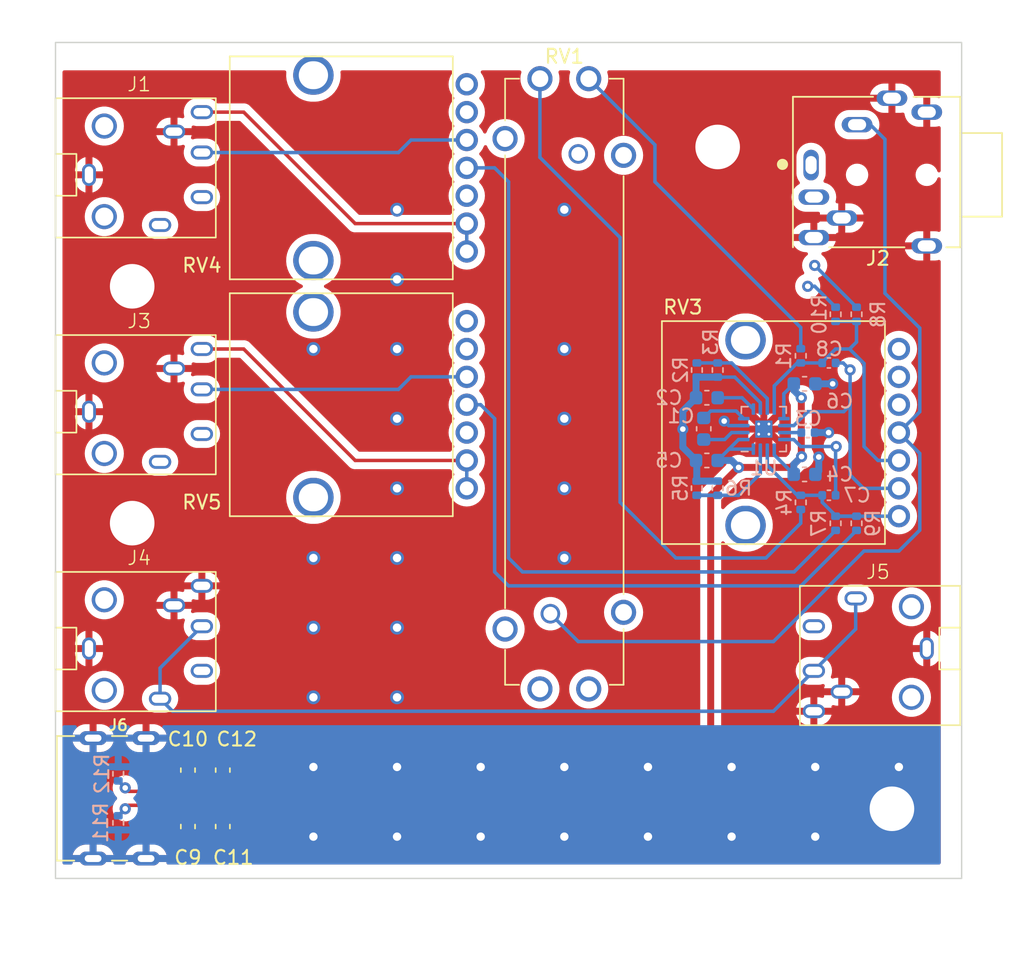
<source format=kicad_pcb>
(kicad_pcb (version 20221018) (generator pcbnew)
  (layers (0 "F.Cu" signal) (1 "In1.Cu" signal) (2 "In2.Cu" signal) (31 "B.Cu" signal) (34 "B.Paste" user) (35 "F.Paste" user) (36 "B.SilkS" user "B.Silkscreen") (37 "F.SilkS" user "F.Silkscreen") (38 "B.Mask" user) (39 "F.Mask" user) (44 "Edge.Cuts" user))
  (net 0 "")
  (net 1 "Net-(U1-C1P)")
  (net 2 "Net-(U1-C1N)")
  (net 3 "Net-(U1-PVSS)")
  (net 4 "Earth")
  (net 5 "Net-(U1-BIAS)")
  (net 6 "+5V")
  (net 7 "/INL-")
  (net 8 "/OUTL")
  (net 9 "/INR-")
  (net 10 "/OUTR")
  (net 11 "/Mic")
  (net 12 "Net-(J6-CC1)")
  (net 13 "Net-(J6-CC2)")
  (net 14 "Net-(R1-Pad2)")
  (net 15 "Net-(U1-INR+)")
  (net 16 "Net-(R4-Pad2)")
  (net 17 "Net-(U1-INL+)")
  (net 18 "Net-(R7-Pad1)")
  (net 19 "Net-(R8-Pad1)")
  (net 20 "Net-(R9-Pad1)")
  (net 21 "Net-(R10-Pad1)")
  (net 26 "/Line0_SW")
  (net 27 "/Line0_R")
  (net 28 "/Line0_L")
  (net 29 "/Line1_SW")
  (net 30 "/Line1_R")
  (net 31 "/Line1_L")
  (footprint "Capacitor_SMD:C_0603_1608Metric" (layer "F.Cu") (at 52 101.275 -90)
    (fp_text reference "C9" (at 2.225 0 -180) (layer "F.SilkS"))
    (fp_text value "10u")
    (pad "1" smd roundrect (at -0.775 0 270) (size 0.9 0.95) (layers "F.Cu" "F.Paste" "F.Mask") (net 6 "+5V"))
    (pad "2" smd roundrect (at 0.775 0 270) (size 0.9 0.95) (layers "F.Cu" "F.Paste" "F.Mask") (net 4 "Earth"))
  )
  (footprint "patchez_USB:UJC-HP-3-SMT" (layer "F.Cu") (at 48.995 99.25 -90)
    (fp_text reference "J6" (at -5.25 1.995 -180) (layer "F.SilkS") (effects (font (size 0.787402 0.787402))))
    (fp_text value "UJC-HP-3-SMT-TR")
    (pad "A5" smd rect (at -0.5 -0.005) (size 1.15 0.7) (layers "F.Cu" "F.Paste" "F.Mask") (net 12 "Net-(J6-CC1)"))
    (pad "A9" smd rect (at 1.52 -0.005) (size 1.15 0.8) (layers "F.Cu" "F.Paste" "F.Mask") (net 6 "+5V"))
    (pad "A12" smd rect (at 2.75 -0.005) (size 1.15 0.9) (layers "F.Cu" "F.Paste" "F.Mask") (net 4 "Earth"))
    (pad "B5" smd rect (at 0.5 -0.005) (size 1.15 0.7) (layers "F.Cu" "F.Paste" "F.Mask") (net 13 "Net-(J6-CC2)"))
    (pad "B9" smd rect (at -1.52 -0.005) (size 1.15 0.8) (layers "F.Cu" "F.Paste" "F.Mask") (net 6 "+5V"))
    (pad "B12" smd rect (at -2.75 -0.005) (size 1.15 0.9) (layers "F.Cu" "F.Paste" "F.Mask") (net 4 "Earth"))
    (pad "S1" thru_hole oval (at -4.32 0 270) (size 1 2) (drill oval 0.5 1.2) (layers "*.Cu" "*.Mask") (net 4 "Earth"))
    (pad "S2" thru_hole oval (at 4.32 0 270) (size 1 2) (drill oval 0.5 1.2) (layers "*.Cu" "*.Mask") (net 4 "Earth"))
    (pad "S3" thru_hole oval (at -4.32 3.8 270) (size 1 2) (drill oval 0.5 1.2) (layers "*.Cu" "*.Mask") (net 4 "Earth"))
    (pad "S4" thru_hole oval (at 4.32 3.8 270) (size 1 2) (drill oval 0.5 1.2) (layers "*.Cu" "*.Mask") (net 4 "Earth"))
  )
  (footprint "Capacitor_SMD:C_0603_1608Metric" (layer "F.Cu") (at 54.5 101.275 -90)
    (fp_text reference "C11" (at 2.225 -0.75 -180) (layer "F.SilkS"))
    (fp_text value "1u")
    (pad "1" smd roundrect (at -0.775 0 270) (size 0.9 0.95) (layers "F.Cu" "F.Paste" "F.Mask") (net 6 "+5V"))
    (pad "2" smd roundrect (at 0.775 0 270) (size 0.9 0.95) (layers "F.Cu" "F.Paste" "F.Mask") (net 4 "Earth"))
  )
  (footprint "patchez_audio:SJ-435107" (layer "F.Cu") (at 101.4 54.5 180)
    (fp_text reference "J2" (at -0.1 -6) (layer "F.SilkS") (effects (font (size 1.002559 1.002559))))
    (fp_text value "SJ-435107RS")
    (pad "" np_thru_hole circle (at -3.6 0 180) (size 1.1 1.1) (drill 1.1) (layers "*.Cu" "*.Mask"))
    (pad "" np_thru_hole circle (at 1.4 0 180) (size 1.1 1.1) (drill 1.1) (layers "*.Cu" "*.Mask"))
    (pad "1" thru_hole oval (at 4.7 0.7 180) (size 1.1 2.2) (drill oval 0.8 1.3) (layers "*.Cu" "*.Mask") (net 11 "/Mic"))
    (pad "2" thru_hole oval (at 1.4 3.6 180) (size 2.2 1.1) (drill oval 1.3 0.8) (layers "*.Cu" "*.Mask") (net 8 "/OUTL"))
    (pad "3" thru_hole oval (at 4.5 -1.6 180) (size 2.2 1.1) (drill oval 1.3 0.8) (layers "*.Cu" "*.Mask") (net 10 "/OUTR"))
    (pad "4" thru_hole oval (at -3.6 4.5 180) (size 2.2 1.1) (drill oval 1.3 0.8) (layers "*.Cu" "*.Mask") (net 4 "Earth"))
    (pad "5" thru_hole oval (at 2.5 -3.1 180) (size 2.2 1.1) (drill oval 1.3 0.8) (layers "*.Cu" "*.Mask") (net 4 "Earth"))
    (pad "6" thru_hole oval (at 4.5 -4.5 180) (size 2.2 1.1) (drill oval 1.3 0.8) (layers "*.Cu" "*.Mask") (net 4 "Earth"))
    (pad "SH1" thru_hole oval (at -3.6 -5.1 180) (size 2.2 1.1) (drill oval 1.3 0.8) (layers "*.Cu" "*.Mask") (net 4 "Earth"))
    (pad "SH2" thru_hole oval (at -1.1 5.5 180) (size 2.2 1.1) (drill oval 1.3 0.8) (layers "*.Cu" "*.Mask") (net 4 "Earth"))
  )
  (footprint "patchez_audio:RK14K124" (layer "F.Cu") (at 56 71 90)
    (fp_text reference "RV5" (at -7 -3 unlocked) (layer "F.SilkS"))
    (fp_text value "Line1_V")
    (pad "1" thru_hole circle (at -4 16 90) (size 1.6 1.6) (drill 1) (layers "*.Cu" "*.Mask") (net 29 "/Line1_SW"))
    (pad "2" thru_hole circle (at -2 16 90) (size 1.6 1.6) (drill 1) (layers "*.Cu" "*.Mask") (net 21 "Net-(R10-Pad1)"))
    (pad "3" thru_hole circle (at 2 16 90) (size 1.6 1.6) (drill 1) (layers "*.Cu" "*.Mask") (net 30 "/Line1_R"))
    (pad "4" thru_hole circle (at -6 16 90) (size 1.6 1.6) (drill 1) (layers "*.Cu" "*.Mask") (net 29 "/Line1_SW"))
    (pad "5" thru_hole circle (at 0 16 90) (size 1.6 1.6) (drill 1) (layers "*.Cu" "*.Mask") (net 20 "Net-(R9-Pad1)"))
    (pad "6" thru_hole circle (at 4 16 90) (size 1.6 1.6) (drill 1) (layers "*.Cu" "*.Mask") (net 31 "/Line1_L"))
    (pad "NC" thru_hole oval (at -6.65 5 90) (size 2.8 2.9) (drill oval 2 2.1) (layers "*.Cu" "*.Mask"))
    (pad "NC" thru_hole circle (at 6 16 90) (size 1.6 1.6) (drill 1) (layers "*.Cu" "*.Mask"))
    (pad "NC" thru_hole oval (at 6.65 5 90) (size 2.8 2.9) (drill oval 2 2.1) (layers "*.Cu" "*.Mask"))
  )
  (footprint "patchez_audio:ASJ-195-X-HT" (layer "F.Cu") (at 42.5 71.5)
    (fp_text reference "J3" (at 6 -6.5 unlocked) (layer "F.SilkS") (effects (font (thickness 0.1))))
    (fp_text value "ASJ-195-L-HT")
    (pad "1" thru_hole oval (at 2.4 0 90) (size 1.6 1) (drill oval 1.2 0.6) (layers "*.Cu" "*.Mask") (net 4 "Earth"))
    (pad "2" thru_hole oval (at 7.5 3.6 180) (size 1.6 1) (drill oval 1.2 0.6) (layers "*.Cu" "*.Mask") (net 31 "/Line1_L"))
    (pad "3" thru_hole oval (at 10.5 -1.6 180) (size 1.6 1) (drill oval 1.2 0.6) (layers "*.Cu" "*.Mask") (net 30 "/Line1_R"))
    (pad "4" thru_hole oval (at 10.5 1.6 180) (size 1.6 1) (drill oval 1.2 0.6) (layers "*.Cu" "*.Mask"))
    (pad "5" thru_hole oval (at 8.5 -3.1 180) (size 1.6 1) (drill oval 1.2 0.6) (layers "*.Cu" "*.Mask") (net 4 "Earth"))
    (pad "6" thru_hole oval (at 10.5 -4.5 180) (size 1.6 1) (drill oval 1.2 0.6) (layers "*.Cu" "*.Mask") (net 29 "/Line1_SW"))
    (pad "NC" thru_hole circle (at 3.5 -3.5) (size 1.8 1.8) (drill 1.3) (layers "*.Cu" "*.Mask"))
    (pad "NC" thru_hole circle (at 3.5 3) (size 1.8 1.8) (drill 1.3) (layers "*.Cu" "*.Mask"))
  )
  (footprint "patchez_audio:ASJ-195-X-HT" (layer "F.Cu") (at 42.5 88.5)
    (fp_text reference "J4" (at 6 -6.5 unlocked) (layer "F.SilkS") (effects (font (thickness 0.1))))
    (fp_text value "ASJ-195-L-HT")
    (pad "1" thru_hole oval (at 2.4 0 90) (size 1.6 1) (drill oval 1.2 0.6) (layers "*.Cu" "*.Mask") (net 4 "Earth"))
    (pad "2" thru_hole oval (at 7.5 3.6 180) (size 1.6 1) (drill oval 1.2 0.6) (layers "*.Cu" "*.Mask") (net 11 "/Mic"))
    (pad "3" thru_hole oval (at 10.5 -1.6 180) (size 1.6 1) (drill oval 1.2 0.6) (layers "*.Cu" "*.Mask") (net 11 "/Mic"))
    (pad "4" thru_hole oval (at 10.5 1.6 180) (size 1.6 1) (drill oval 1.2 0.6) (layers "*.Cu" "*.Mask"))
    (pad "5" thru_hole oval (at 8.5 -3.1 180) (size 1.6 1) (drill oval 1.2 0.6) (layers "*.Cu" "*.Mask") (net 4 "Earth"))
    (pad "6" thru_hole oval (at 10.5 -4.5 180) (size 1.6 1) (drill oval 1.2 0.6) (layers "*.Cu" "*.Mask") (net 4 "Earth"))
    (pad "NC" thru_hole circle (at 3.5 -3.5) (size 1.8 1.8) (drill 1.3) (layers "*.Cu" "*.Mask"))
    (pad "NC" thru_hole circle (at 3.5 3) (size 1.8 1.8) (drill 1.3) (layers "*.Cu" "*.Mask"))
  )
  (footprint "patchez_audio:ASJ-195-X-HT" (layer "F.Cu") (at 42.5 54.5)
    (fp_text reference "J1" (at 6 -6.5 unlocked) (layer "F.SilkS") (effects (font (thickness 0.1))))
    (fp_text value "ASJ-195-L-HT")
    (pad "1" thru_hole oval (at 2.4 0 90) (size 1.6 1) (drill oval 1.2 0.6) (layers "*.Cu" "*.Mask") (net 4 "Earth"))
    (pad "2" thru_hole oval (at 7.5 3.6 180) (size 1.6 1) (drill oval 1.2 0.6) (layers "*.Cu" "*.Mask") (net 28 "/Line0_L"))
    (pad "3" thru_hole oval (at 10.5 -1.6 180) (size 1.6 1) (drill oval 1.2 0.6) (layers "*.Cu" "*.Mask") (net 27 "/Line0_R"))
    (pad "4" thru_hole oval (at 10.5 1.6 180) (size 1.6 1) (drill oval 1.2 0.6) (layers "*.Cu" "*.Mask"))
    (pad "5" thru_hole oval (at 8.5 -3.1 180) (size 1.6 1) (drill oval 1.2 0.6) (layers "*.Cu" "*.Mask") (net 4 "Earth"))
    (pad "6" thru_hole oval (at 10.5 -4.5 180) (size 1.6 1) (drill oval 1.2 0.6) (layers "*.Cu" "*.Mask") (net 26 "/Line0_SW"))
    (pad "NC" thru_hole circle (at 3.5 -3.5) (size 1.8 1.8) (drill 1.3) (layers "*.Cu" "*.Mask"))
    (pad "NC" thru_hole circle (at 3.5 3) (size 1.8 1.8) (drill 1.3) (layers "*.Cu" "*.Mask"))
  )
  (footprint "MountingHole:MountingHole_3.2mm_M3" (layer "F.Cu") (at 48 79.5)
    (fp_text reference "REF**" hide)
    (fp_text value "MountingHole_3.2mm_M3")
    (pad "" np_thru_hole circle (at 0 0) (size 3.2 3.2) (drill 3.2) (layers "*.Cu" "*.Mask"))
  )
  (footprint "MountingHole:MountingHole_3.2mm_M3" (layer "F.Cu") (at 90 52.5)
    (fp_text reference "REF**" hide)
    (fp_text value "MountingHole_3.2mm_M3")
    (pad "" np_thru_hole circle (at 0 0) (size 3.2 3.2) (drill 3.2) (layers "*.Mask" "F.Cu" "In1.Cu" "In2.Cu" "B.Cu"))
  )
  (footprint "Capacitor_SMD:C_0603_1608Metric" (layer "F.Cu") (at 52 97.225 90)
    (fp_text reference "C10" (at 2.225 0) (layer "F.SilkS"))
    (fp_text value "10u")
    (pad "1" smd roundrect (at -0.775 0 90) (size 0.9 0.95) (layers "F.Cu" "F.Paste" "F.Mask") (net 6 "+5V"))
    (pad "2" smd roundrect (at 0.775 0 90) (size 0.9 0.95) (layers "F.Cu" "F.Paste" "F.Mask") (net 4 "Earth"))
  )
  (footprint "patchez_audio:PS30-2" (layer "F.Cu") (at 80.75 47.6 -90)
    (fp_text reference "RV1" (at -1.6 1.75 unlocked) (layer "F.SilkS"))
    (fp_text value "Trim_100k")
    (pad "1" thru_hole circle locked (at 0 0 270) (size 1.8 1.8) (drill 1.2) (layers "*.Cu" "*.Mask") (net 14 "Net-(R1-Pad2)"))
    (pad "2" thru_hole circle locked (at 5.4 0.75 270) (size 1.4 1.4) (drill 1) (layers "*.Cu" "*.Mask") (net 10 "/OUTR"))
    (pad "3" thru_hole circle locked (at 43.8 0 270) (size 1.8 1.8) (drill 1.2) (layers "*.Cu" "*.Mask"))
    (pad "4" thru_hole circle locked (at 0 3.5 270) (size 1.8 1.8) (drill 1.2) (layers "*.Cu" "*.Mask") (net 16 "Net-(R4-Pad2)"))
    (pad "5" thru_hole circle locked (at 38.4 2.75 270) (size 1.4 1.4) (drill 1) (layers "*.Cu" "*.Mask") (net 8 "/OUTL"))
    (pad "6" thru_hole circle locked (at 43.8 3.5 270) (size 1.8 1.8) (drill 1.2) (layers "*.Cu" "*.Mask"))
    (pad "NC" thru_hole circle locked (at 4.3 6 270) (size 1.8 1.8) (drill 1.2) (layers "*.Cu" "*.Mask"))
    (pad "NC" thru_hole circle locked (at 5.5 -2.5 270) (size 1.8 1.8) (drill 1.2) (layers "*.Cu" "*.Mask"))
    (pad "NC" thru_hole circle locked (at 38.3 -2.5 270) (size 1.8 1.8) (drill 1.2) (layers "*.Cu" "*.Mask"))
    (pad "NC" thru_hole circle locked (at 39.5 6 270) (size 1.8 1.8) (drill 1.2) (layers "*.Cu" "*.Mask"))
  )
  (footprint "MountingHole:MountingHole_3.2mm_M3" (layer "F.Cu") (at 48 62.5)
    (fp_text reference "REF**" hide)
    (fp_text value "MountingHole_3.2mm_M3")
    (pad "" np_thru_hole circle (at 0 0) (size 3.2 3.2) (drill 3.2) (layers "*.Cu" "*.Mask"))
  )
  (footprint "MountingHole:MountingHole_3.2mm_M3" (layer "F.Cu") (at 102.5 100)
    (fp_text reference "REF**" hide)
    (fp_text value "MountingHole_3.2mm_M3")
    (pad "" np_thru_hole circle (at 0 0) (size 3.2 3.2) (drill 3.2) (layers "*.Mask" "F.Cu" "In1.Cu" "In2.Cu" "B.Cu"))
  )
  (footprint "patchez_audio:ASJ-195-X-HT" (layer "F.Cu") (at 107.4 88.5 180)
    (fp_text reference "J5" (at 5.9 5.5 unlocked) (layer "F.SilkS") (effects (font (thickness 0.1))))
    (fp_text value "ASJ-195-L-HT")
    (pad "1" thru_hole oval (at 2.4 0 270) (size 1.6 1) (drill oval 1.2 0.6) (layers "*.Cu" "*.Mask") (net 4 "Earth"))
    (pad "2" thru_hole oval (at 7.5 3.6) (size 1.6 1) (drill oval 1.2 0.6) (layers "*.Cu" "*.Mask") (net 11 "/Mic"))
    (pad "3" thru_hole oval (at 10.5 -1.6) (size 1.6 1) (drill oval 1.2 0.6) (layers "*.Cu" "*.Mask") (net 11 "/Mic"))
    (pad "4" thru_hole oval (at 10.5 1.6) (size 1.6 1) (drill oval 1.2 0.6) (layers "*.Cu" "*.Mask"))
    (pad "5" thru_hole oval (at 8.5 -3.1) (size 1.6 1) (drill oval 1.2 0.6) (layers "*.Cu" "*.Mask") (net 4 "Earth"))
    (pad "6" thru_hole oval (at 10.5 -4.5) (size 1.6 1) (drill oval 1.2 0.6) (layers "*.Cu" "*.Mask") (net 4 "Earth"))
    (pad "NC" thru_hole circle (at 3.5 -3.5 180) (size 1.8 1.8) (drill 1.3) (layers "*.Cu" "*.Mask"))
    (pad "NC" thru_hole circle (at 3.5 3 180) (size 1.8 1.8) (drill 1.3) (layers "*.Cu" "*.Mask"))
  )
  (footprint "patchez_audio:RK14K124" (layer "F.Cu") (at 56 54 90)
    (fp_text reference "RV4" (at -7 -3 unlocked) (layer "F.SilkS"))
    (fp_text value "Line0_V")
    (pad "1" thru_hole circle (at -4 16 90) (size 1.6 1.6) (drill 1) (layers "*.Cu" "*.Mask") (net 26 "/Line0_SW"))
    (pad "2" thru_hole circle (at -2 16 90) (size 1.6 1.6) (drill 1) (layers "*.Cu" "*.Mask") (net 19 "Net-(R8-Pad1)"))
    (pad "3" thru_hole circle (at 2 16 90) (size 1.6 1.6) (drill 1) (layers "*.Cu" "*.Mask") (net 27 "/Line0_R"))
    (pad "4" thru_hole circle (at -6 16 90) (size 1.6 1.6) (drill 1) (layers "*.Cu" "*.Mask") (net 26 "/Line0_SW"))
    (pad "5" thru_hole circle (at 0 16 90) (size 1.6 1.6) (drill 1) (layers "*.Cu" "*.Mask") (net 18 "Net-(R7-Pad1)"))
    (pad "6" thru_hole circle (at 4 16 90) (size 1.6 1.6) (drill 1) (layers "*.Cu" "*.Mask") (net 28 "/Line0_L"))
    (pad "NC" thru_hole oval (at -6.65 5 90) (size 2.8 2.9) (drill oval 2 2.1) (layers "*.Cu" "*.Mask"))
    (pad "NC" thru_hole circle (at 6 16 90) (size 1.6 1.6) (drill 1) (layers "*.Cu" "*.Mask"))
    (pad "NC" thru_hole oval (at 6.65 5 90) (size 2.8 2.9) (drill oval 2 2.1) (layers "*.Cu" "*.Mask"))
  )
  (footprint "patchez_audio:RK14K124" (layer "F.Cu") (at 87 73 90)
    (fp_text reference "RV3" (at 9 0.5 unlocked) (layer "F.SilkS"))
    (fp_text value "Gain_100k")
    (pad "1" thru_hole circle locked (at -4 16 90) (size 1.6 1.6) (drill 1) (layers "*.Cu" "*.Mask") (net 10 "/OUTR"))
    (pad "2" thru_hole circle locked (at -2 16 90) (size 1.6 1.6) (drill 1) (layers "*.Cu" "*.Mask") (net 9 "/INR-"))
    (pad "3" thru_hole circle locked (at 2 16 90) (size 1.6 1.6) (drill 1) (layers "*.Cu" "*.Mask"))
    (pad "4" thru_hole circle locked (at -6 16 90) (size 1.6 1.6) (drill 1) (layers "*.Cu" "*.Mask") (net 7 "/INL-"))
    (pad "5" thru_hole circle locked (at 0 16 90) (size 1.6 1.6) (drill 1) (layers "*.Cu" "*.Mask") (net 8 "/OUTL"))
    (pad "6" thru_hole circle locked (at 4 16 90) (size 1.6 1.6) (drill 1) (layers "*.Cu" "*.Mask"))
    (pad "NC" thru_hole oval locked (at -6.65 5 90) (size 2.8 2.9) (drill oval 2 2.1) (layers "*.Cu" "*.Mask"))
    (pad "NC" thru_hole circle locked (at 6 16 90) (size 1.6 1.6) (drill 1) (layers "*.Cu" "*.Mask"))
    (pad "NC" thru_hole oval locked (at 6.65 5 90) (size 2.8 2.9) (drill oval 2 2.1) (layers "*.Cu" "*.Mask"))
  )
  (footprint "Capacitor_SMD:C_0603_1608Metric" (layer "F.Cu") (at 54.5 97.225 90)
    (fp_text reference "C12" (at 2.225 1 180) (layer "F.SilkS"))
    (fp_text value "0.1u")
    (pad "1" smd roundrect (at -0.775 0 90) (size 0.9 0.95) (layers "F.Cu" "F.Paste" "F.Mask") (net 6 "+5V"))
    (pad "2" smd roundrect (at 0.775 0 90) (size 0.9 0.95) (layers "F.Cu" "F.Paste" "F.Mask") (net 4 "Earth"))
  )
  (footprint "Package_DFN_QFN:TQFN-16-1EP_3x3mm_P0.5mm_EP1.23x1.23mm_ThermalVias" (layer "B.Cu") (at 93.31 72.75)
    (fp_text reference "U1" (at 0 2.8) (layer "B.SilkS") (effects (justify mirror)))
    (fp_text value "MAX97220A")
    (pad "1" smd roundrect (at -1.4375 0.75) (size 0.825 0.25) (layers "B.Cu" "B.Paste" "B.Mask") (net 6 "+5V"))
    (pad "2" smd roundrect (at -1.4375 0.25) (size 0.825 0.25) (layers "B.Cu" "B.Paste" "B.Mask") (net 1 "Net-(U1-C1P)"))
    (pad "3" smd roundrect (at -1.4375 -0.25) (size 0.825 0.25) (layers "B.Cu" "B.Paste" "B.Mask") (net 4 "Earth"))
    (pad "4" smd roundrect (at -1.4375 -0.75) (size 0.825 0.25) (layers "B.Cu" "B.Paste" "B.Mask") (net 2 "Net-(U1-C1N)"))
    (pad "5" smd roundrect (at -0.75 -1.4375) (size 0.25 0.825) (layers "B.Cu" "B.Paste" "B.Mask") (net 3 "Net-(U1-PVSS)"))
    (pad "6" smd roundrect (at -0.25 -1.4375) (size 0.25 0.825) (layers "B.Cu" "B.Paste" "B.Mask") (net 4 "Earth"))
    (pad "7" smd roundrect (at 0.25 -1.4375) (size 0.25 0.825) (layers "B.Cu" "B.Paste" "B.Mask") (net 15 "Net-(U1-INR+)"))
    (pad "8" smd roundrect (at 0.75 -1.4375) (size 0.25 0.825) (layers "B.Cu" "B.Paste" "B.Mask") (net 9 "/INR-"))
    (pad "9" smd roundrect (at 1.4375 -0.75) (size 0.825 0.25) (layers "B.Cu" "B.Paste" "B.Mask") (net 6 "+5V"))
    (pad "10" smd roundrect (at 1.4375 -0.25) (size 0.825 0.25) (layers "B.Cu" "B.Paste" "B.Mask") (net 10 "/OUTR"))
    (pad "11" smd roundrect (at 1.4375 0.25) (size 0.825 0.25) (layers "B.Cu" "B.Paste" "B.Mask") (net 5 "Net-(U1-BIAS)"))
    (pad "12" smd roundrect (at 1.4375 0.75) (size 0.825 0.25) (layers "B.Cu" "B.Paste" "B.Mask") (net 8 "/OUTL"))
    (pad "13" smd roundrect (at 0.75 1.4375) (size 0.25 0.825) (layers "B.Cu" "B.Paste" "B.Mask") (net 6 "+5V"))
    (pad "14" smd roundrect (at 0.25 1.4375) (size 0.25 0.825) (layers "B.Cu" "B.Paste" "B.Mask") (net 7 "/INL-"))
    (pad "15" smd roundrect (at -0.25 1.4375) (size 0.25 0.825) (layers "B.Cu" "B.Paste" "B.Mask") (net 17 "Net-(U1-INL+)"))
    (pad "16" smd roundrect (at -0.75 1.4375) (size 0.25 0.825) (layers "B.Cu" "B.Paste" "B.Mask") (net 6 "+5V"))
    (pad "17" thru_hole circle (at -0.365 -0.365) (size 0.5 0.5) (drill 0.2) (layers "*.Cu") (net 4 "Earth"))
    (pad "17" thru_hole circle (at -0.365 0.365) (size 0.5 0.5) (drill 0.2) (layers "*.Cu") (net 4 "Earth"))
    (pad "17" smd rect (at 0 0) (size 1.23 1.23) (layers "F.Cu") (net 4 "Earth"))
    (pad "17" smd rect (at 0 0) (size 1.23 1.23) (layers "B.Cu" "B.Mask") (net 4 "Earth"))
    (pad "17" thru_hole circle (at 0.365 -0.365) (size 0.5 0.5) (drill 0.2) (layers "*.Cu") (net 4 "Earth"))
    (pad "17" thru_hole circle (at 0.365 0.365) (size 0.5 0.5) (drill 0.2) (layers "*.Cu") (net 4 "Earth"))
  )
  (footprint "Capacitor_SMD:C_0603_1608Metric" (layer "B.Cu") (at 96.235 69.5)
    (fp_text reference "C6" (at 2.515 1.25) (layer "B.SilkS") (effects (justify mirror)))
    (fp_text value "1u")
    (pad "1" smd roundrect (at -0.775 0) (size 0.9 0.95) (layers "B.Cu" "B.Paste" "B.Mask") (net 6 "+5V"))
    (pad "2" smd roundrect (at 0.775 0) (size 0.9 0.95) (layers "B.Cu" "B.Paste" "B.Mask") (net 4 "Earth"))
  )
  (footprint "Resistor_SMD:R_0402_1005Metric" (layer "B.Cu") (at 47 101.01 90)
    (fp_text reference "R11" (at 0.01 -1.25 90) (layer "B.SilkS") (effects (justify mirror)))
    (fp_text value "5k1")
    (pad "1" smd roundrect (at -0.51 0 90) (size 0.54 0.64) (layers "B.Cu" "B.Paste" "B.Mask") (net 4 "Earth"))
    (pad "2" smd roundrect (at 0.51 0 90) (size 0.54 0.64) (layers "B.Cu" "B.Paste" "B.Mask") (net 13 "Net-(J6-CC2)"))
  )
  (footprint "Resistor_SMD:R_0402_1005Metric" (layer "B.Cu") (at 90 68.51 -90)
    (fp_text reference "R3" (at -2.01 0.5 90) (layer "B.SilkS") (effects (justify mirror)))
    (fp_text value "5k1")
    (pad "1" smd roundrect (at -0.51 0 270) (size 0.54 0.64) (layers "B.Cu" "B.Paste" "B.Mask") (net 15 "Net-(U1-INR+)"))
    (pad "2" smd roundrect (at 0.51 0 270) (size 0.54 0.64) (layers "B.Cu" "B.Paste" "B.Mask") (net 4 "Earth"))
  )
  (footprint "Capacitor_SMD:C_0603_1608Metric" (layer "B.Cu") (at 96.235 76)
    (fp_text reference "C4" (at 2.515 0) (layer "B.SilkS") (effects (justify mirror)))
    (fp_text value "1u")
    (pad "1" smd roundrect (at -0.775 0) (size 0.9 0.95) (layers "B.Cu" "B.Paste" "B.Mask") (net 6 "+5V"))
    (pad "2" smd roundrect (at 0.775 0) (size 0.9 0.95) (layers "B.Cu" "B.Paste" "B.Mask") (net 4 "Earth"))
  )
  (footprint "Resistor_SMD:R_0402_1005Metric" (layer "B.Cu") (at 90 76.99 -90)
    (fp_text reference "R6" (at 0.01 -1.5 -180) (layer "B.SilkS") (effects (justify mirror)))
    (fp_text value "5k1")
    (pad "1" smd roundrect (at -0.51 0 270) (size 0.54 0.64) (layers "B.Cu" "B.Paste" "B.Mask") (net 4 "Earth"))
    (pad "2" smd roundrect (at 0.51 0 270) (size 0.54 0.64) (layers "B.Cu" "B.Paste" "B.Mask") (net 17 "Net-(U1-INL+)"))
  )
  (footprint "Capacitor_SMD:C_0603_1608Metric" (layer "B.Cu") (at 89 72.725 90)
    (fp_text reference "C1" (at 0.91421 -1.636361 180) (layer "B.SilkS") (effects (justify mirror)))
    (fp_text value "1u")
    (pad "1" smd roundrect (at -0.775 0 90) (size 0.9 0.95) (layers "B.Cu" "B.Paste" "B.Mask") (net 1 "Net-(U1-C1P)"))
    (pad "2" smd roundrect (at 0.775 0 90) (size 0.9 0.95) (layers "B.Cu" "B.Paste" "B.Mask") (net 2 "Net-(U1-C1N)"))
  )
  (footprint "Capacitor_SMD:C_0603_1608Metric" (layer "B.Cu") (at 89.225 70.5 180)
    (fp_text reference "C2" (at 2.725 0) (layer "B.SilkS") (effects (justify mirror)))
    (fp_text value "1u")
    (pad "1" smd roundrect (at -0.775 0 180) (size 0.9 0.95) (layers "B.Cu" "B.Paste" "B.Mask") (net 3 "Net-(U1-PVSS)"))
    (pad "2" smd roundrect (at 0.775 0 180) (size 0.9 0.95) (layers "B.Cu" "B.Paste" "B.Mask") (net 4 "Earth"))
  )
  (footprint "Resistor_SMD:R_0402_1005Metric" (layer "B.Cu") (at 99.96 64.51 -90)
    (fp_text reference "R8" (at 0 -1.54 90) (layer "B.SilkS") (effects (justify mirror)))
    (fp_text value "5k1")
    (pad "1" smd roundrect (at -0.51 0 270) (size 0.54 0.64) (layers "B.Cu" "B.Paste" "B.Mask") (net 19 "Net-(R8-Pad1)"))
    (pad "2" smd roundrect (at 0.51 0 270) (size 0.54 0.64) (layers "B.Cu" "B.Paste" "B.Mask") (net 9 "/INR-"))
  )
  (footprint "Resistor_SMD:R_0402_1005Metric" (layer "B.Cu") (at 88.51 68.51 -90)
    (fp_text reference "R2" (at 0 1.17 90) (layer "B.SilkS") (effects (justify mirror)))
    (fp_text value "5k1")
    (pad "1" smd roundrect (at -0.51 0 270) (size 0.54 0.64) (layers "B.Cu" "B.Paste" "B.Mask") (net 15 "Net-(U1-INR+)"))
    (pad "2" smd roundrect (at 0.51 0 270) (size 0.54 0.64) (layers "B.Cu" "B.Paste" "B.Mask") (net 4 "Earth"))
  )
  (footprint "Resistor_SMD:R_0402_1005Metric" (layer "B.Cu") (at 95.96 78.01 -90)
    (fp_text reference "R4" (at 0 1.17 90) (layer "B.SilkS") (effects (justify mirror)))
    (fp_text value "5k1")
    (pad "1" smd roundrect (at -0.51 0 270) (size 0.54 0.64) (layers "B.Cu" "B.Paste" "B.Mask") (net 7 "/INL-"))
    (pad "2" smd roundrect (at 0.51 0 270) (size 0.54 0.64) (layers "B.Cu" "B.Paste" "B.Mask") (net 16 "Net-(R4-Pad2)"))
  )
  (footprint "Resistor_SMD:R_0402_1005Metric" (layer "B.Cu") (at 99.96 79.51 90)
    (fp_text reference "R9" (at 0 1.17 90) (layer "B.SilkS") (effects (justify mirror)))
    (fp_text value "5k1")
    (pad "1" smd roundrect (at -0.51 0 90) (size 0.54 0.64) (layers "B.Cu" "B.Paste" "B.Mask") (net 20 "Net-(R9-Pad1)"))
    (pad "2" smd roundrect (at 0.51 0 90) (size 0.54 0.64) (layers "B.Cu" "B.Paste" "B.Mask") (net 7 "/INL-"))
  )
  (footprint "Capacitor_SMD:C_0603_1608Metric" (layer "B.Cu") (at 89.225 75 180)
    (fp_text reference "C5" (at 2.725 0) (layer "B.SilkS") (effects (justify mirror)))
    (fp_text value "1u")
    (pad "1" smd roundrect (at -0.775 0 180) (size 0.9 0.95) (layers "B.Cu" "B.Paste" "B.Mask") (net 6 "+5V"))
    (pad "2" smd roundrect (at 0.775 0 180) (size 0.9 0.95) (layers "B.Cu" "B.Paste" "B.Mask") (net 4 "Earth"))
  )
  (footprint "Resistor_SMD:R_0402_1005Metric" (layer "B.Cu") (at 98.46 64.51 -90)
    (fp_text reference "R10" (at 0 1.17 90) (layer "B.SilkS") (effects (justify mirror)))
    (fp_text value "5k1")
    (pad "1" smd roundrect (at -0.51 0 270) (size 0.54 0.64) (layers "B.Cu" "B.Paste" "B.Mask") (net 21 "Net-(R10-Pad1)"))
    (pad "2" smd roundrect (at 0.51 0 270) (size 0.54 0.64) (layers "B.Cu" "B.Paste" "B.Mask") (net 9 "/INR-"))
  )
  (footprint "Capacitor_SMD:C_0402_1005Metric" (layer "B.Cu") (at 96.48 73)
    (fp_text reference "C3" (at 0.02 -1) (layer "B.SilkS") (effects (justify mirror)))
    (fp_text value "0.1u")
    (pad "1" smd roundrect (at -0.48 0) (size 0.56 0.62) (layers "B.Cu" "B.Paste" "B.Mask") (net 5 "Net-(U1-BIAS)"))
    (pad "2" smd roundrect (at 0.48 0) (size 0.56 0.62) (layers "B.Cu" "B.Paste" "B.Mask") (net 4 "Earth"))
  )
  (footprint "Capacitor_SMD:C_0402_1005Metric" (layer "B.Cu") (at 97.98 77.5)
    (fp_text reference "C7" (at 2.02 0) (layer "B.SilkS") (effects (justify mirror)))
    (fp_text value "150p")
    (pad "1" smd roundrect (at -0.48 0) (size 0.56 0.62) (layers "B.Cu" "B.Paste" "B.Mask") (net 7 "/INL-"))
    (pad "2" smd roundrect (at 0.48 0) (size 0.56 0.62) (layers "B.Cu" "B.Paste" "B.Mask") (net 8 "/OUTL"))
  )
  (footprint "Resistor_SMD:R_0402_1005Metric" (layer "B.Cu") (at 88.5 76.99 -90)
    (fp_text reference "R5" (at 0 1.17 90) (layer "B.SilkS") (effects (justify mirror)))
    (fp_text value "5k1")
    (pad "1" smd roundrect (at -0.51 0 270) (size 0.54 0.64) (layers "B.Cu" "B.Paste" "B.Mask") (net 4 "Earth"))
    (pad "2" smd roundrect (at 0.51 0 270) (size 0.54 0.64) (layers "B.Cu" "B.Paste" "B.Mask") (net 17 "Net-(U1-INL+)"))
  )
  (footprint "Resistor_SMD:R_0402_1005Metric" (layer "B.Cu") (at 98.46 79.51 90)
    (fp_text reference "R7" (at 0 -1.21 90) (layer "B.SilkS") (effects (justify mirror)))
    (fp_text value "5k1")
    (pad "1" smd roundrect (at -0.51 0 90) (size 0.54 0.64) (layers "B.Cu" "B.Paste" "B.Mask") (net 18 "Net-(R7-Pad1)"))
    (pad "2" smd roundrect (at 0.51 0 90) (size 0.54 0.64) (layers "B.Cu" "B.Paste" "B.Mask") (net 7 "/INL-"))
  )
  (footprint "Capacitor_SMD:C_0402_1005Metric" (layer "B.Cu") (at 97.98 68)
    (fp_text reference "C8" (at 0.02 -1) (layer "B.SilkS") (effects (justify mirror)))
    (fp_text value "150p")
    (pad "1" smd roundrect (at -0.48 0) (size 0.56 0.62) (layers "B.Cu" "B.Paste" "B.Mask") (net 9 "/INR-"))
    (pad "2" smd roundrect (at 0.48 0) (size 0.56 0.62) (layers "B.Cu" "B.Paste" "B.Mask") (net 10 "/OUTR"))
  )
  (footprint "Resistor_SMD:R_0402_1005Metric" (layer "B.Cu") (at 47 97.49 -90)
    (fp_text reference "R12" (at 0 1.17 90) (layer "B.SilkS") (effects (justify mirror)))
    (fp_text value "5k1")
    (pad "1" smd roundrect (at -0.51 0 270) (size 0.54 0.64) (layers "B.Cu" "B.Paste" "B.Mask") (net 4 "Earth"))
    (pad "2" smd roundrect (at 0.51 0 270) (size 0.54 0.64) (layers "B.Cu" "B.Paste" "B.Mask") (net 12 "Net-(J6-CC1)"))
  )
  (footprint "Resistor_SMD:R_0402_1005Metric" (layer "B.Cu") (at 95.96 67.49 90)
    (fp_text reference "R1" (at -0.01 -1.21 90) (layer "B.SilkS") (effects (justify mirror)))
    (fp_text value "5k1")
    (pad "1" smd roundrect (at -0.51 0 90) (size 0.54 0.64) (layers "B.Cu" "B.Paste" "B.Mask") (net 9 "/INR-"))
    (pad "2" smd roundrect (at 0.51 0 90) (size 0.54 0.64) (layers "B.Cu" "B.Paste" "B.Mask") (net 14 "Net-(R1-Pad2)"))
  )
  (gr_rect (start 42.5 45) (end 107.5 105) (stroke (width 0.1)) (fill none) (layer "Edge.Cuts"))
  (segment (start 91 73) (end 91.8725 73) (width 0.25) (layer "B.Cu") (net 1))
  (segment (start 89 73.5) (end 90.5 73.5) (width 0.25) (layer "B.Cu") (net 1))
  (segment (start 90.5 73.5) (end 91 73) (width 0.25) (layer "B.Cu") (net 1))
  (segment (start 89.5005 71.4495) (end 89 71.95) (width 0.25) (layer "B.Cu") (net 2))
  (segment (start 91.8725 72) (end 91.322 71.4495) (width 0.25) (layer "B.Cu") (net 2))
  (segment (start 91.322 71.4495) (end 89.5005 71.4495) (width 0.25) (layer "B.Cu") (net 2))
  (segment (start 91.7475 70.5) (end 92.56 71.3125) (width 0.25) (layer "B.Cu") (net 3))
  (segment (start 90 70.5) (end 91.7475 70.5) (width 0.25) (layer "B.Cu") (net 3))
  (segment (start 92.06 71.5) (end 92.25 71.5) (width 0.5) (layer "F.Cu") (net 4))
  (segment (start 92.945 73.945) (end 93 74) (width 0.5) (layer "F.Cu") (net 4))
  (segment (start 92.945 72.385) (end 92.945 73.115) (width 0.5) (layer "F.Cu") (net 4))
  (segment (start 94.5 71.5) (end 92 74) (width 0.5) (layer "F.Cu") (net 4))
  (segment (start 92.945 73.115) (end 92.945 73.945) (width 0.5) (layer "F.Cu") (net 4))
  (segment (start 93.675 72.385) (end 94.5 71.56) (width 0.5) (layer "F.Cu") (net 4))
  (segment (start 94.5 71.56) (end 94.5 71.5) (width 0.5) (layer "F.Cu") (net 4))
  (segment (start 93.675 73.925) (end 93.75 74) (width 0.5) (layer "F.Cu") (net 4))
  (segment (start 93.675 73.115) (end 93.675 73.925) (width 0.5) (layer "F.Cu") (net 4))
  (segment (start 92.945 73.115) (end 93.675 73.115) (width 0.5) (layer "F.Cu") (net 4))
  (segment (start 92.945 72.385) (end 93.675 72.385) (width 0.5) (layer "F.Cu") (net 4))
  (segment (start 92.945 72.385) (end 92.06 71.5) (width 0.5) (layer "F.Cu") (net 4))
  (segment (start 93.675 72.385) (end 93.675 73.115) (width 0.5) (layer "F.Cu") (net 4))
  (segment (start 92.25 71.5) (end 94.75 74) (width 0.5) (layer "F.Cu") (net 4))
  (via (at 61 97) (size 1) (drill 0.6) (layers "F.Cu" "B.Cu") (net 4))
  (via (at 67 82) (size 1) (drill 0.6) (layers "F.Cu" "B.Cu") (net 4))
  (via (at 79 82) (size 1) (drill 0.6) (layers "F.Cu" "B.Cu") (net 4))
  (via (at 61 102) (size 1) (drill 0.6) (layers "F.Cu" "B.Cu") (net 4))
  (via (at 79 77) (size 1) (drill 0.6) (layers "F.Cu" "B.Cu") (net 4))
  (via (at 97 102) (size 1) (drill 0.6) (layers "F.Cu" "B.Cu") (net 4))
  (via (at 85 102) (size 1) (drill 0.6) (layers "F.Cu" "B.Cu") (net 4))
  (via (at 79 97) (size 1) (drill 0.6) (layers "F.Cu" "B.Cu") (net 4))
  (via (at 67 62) (size 1) (drill 0.6) (layers "F.Cu" "B.Cu") (net 4))
  (via (at 79 72) (size 1) (drill 0.6) (layers "F.Cu" "B.Cu") (net 4))
  (via (at 67 87) (size 1) (drill 0.6) (layers "F.Cu" "B.Cu") (net 4))
  (via (at 67 67) (size 1) (drill 0.6) (layers "F.Cu" "B.Cu") (net 4))
  (via (at 97 97) (size 1) (drill 0.6) (layers "F.Cu" "B.Cu") (net 4))
  (via (at 73 102) (size 1) (drill 0.6) (layers "F.Cu" "B.Cu") (net 4))
  (via (at 67 102) (size 1) (drill 0.6) (layers "F.Cu" "B.Cu") (net 4))
  (via (at 79 102) (size 1) (drill 0.6) (layers "F.Cu" "B.Cu") (net 4))
  (via (at 91 97) (size 1) (drill 0.6) (layers "F.Cu" "B.Cu") (net 4))
  (via (at 79 57) (size 1) (drill 0.6) (layers "F.Cu" "B.Cu") (net 4))
  (via (at 97.25 74.75) (size 0.8) (drill 0.4) (layers "F.Cu" "B.Cu") (net 4))
  (via (at 61 92) (size 1) (drill 0.6) (layers "F.Cu" "B.Cu") (net 4))
  (via (at 73 97) (size 1) (drill 0.6) (layers "F.Cu" "B.Cu") (net 4))
  (via (at 67 97) (size 1) (drill 0.6) (layers "F.Cu" "B.Cu") (net 4))
  (via (at 97.96 73) (size 0.8) (drill 0.4) (layers "F.Cu" "B.Cu") (net 4))
  (via (at 87.5 72.75) (size 0.8) (drill 0.4) (layers "F.Cu" "B.Cu") (net 4))
  (via (at 67 77) (size 1) (drill 0.6) (layers "F.Cu" "B.Cu") (net 4))
  (via (at 79 67) (size 1) (drill 0.6) (layers "F.Cu" "B.Cu") (net 4))
  (via (at 61 87) (size 1) (drill 0.6) (layers "F.Cu" "B.Cu") (net 4))
  (via (at 61 67) (size 1) (drill 0.6) (layers "F.Cu" "B.Cu") (net 4))
  (via (at 61 82) (size 1) (drill 0.6) (layers "F.Cu" "B.Cu") (net 4))
  (via (at 90.466525 72.1745) (size 0.8) (drill 0.4) (layers "F.Cu" "B.Cu") (net 4))
  (via (at 91 102) (size 1) (drill 0.6) (layers "F.Cu" "B.Cu") (net 4))
  (via (at 67 57) (size 1) (drill 0.6) (layers "F.Cu" "B.Cu") (net 4))
  (via (at 67 92) (size 1) (drill 0.6) (layers "F.Cu" "B.Cu") (net 4))
  (via (at 103 97) (size 1) (drill 0.6) (layers "F.Cu" "B.Cu") (net 4))
  (via (at 85 97) (size 1) (drill 0.6) (layers "F.Cu" "B.Cu") (net 4))
  (via (at 98.25 69.5) (size 0.8) (drill 0.4) (layers "F.Cu" "B.Cu") (net 4))
  (via (at 67 72) (size 1) (drill 0.6) (layers "F.Cu" "B.Cu") (net 4))
  (segment (start 88.5 75.05) (end 88.45 75) (width 0.5) (layer "B.Cu") (net 4))
  (segment (start 88.45 70.5) (end 88.45 69.08) (width 0.5) (layer "B.Cu") (net 4))
  (segment (start 97.25 74.75) (end 97.25 75.76) (width 0.5) (layer "B.Cu") (net 4))
  (segment (start 87.5 74.05) (end 87.5 72.75) (width 0.5) (layer "B.Cu") (net 4))
  (segment (start 96.96 73) (end 97.96 73) (width 0.5) (layer "B.Cu") (net 4))
  (segment (start 90.792025 72.5) (end 90.466525 72.1745) (width 0.25) (layer "B.Cu") (net 4))
  (segment (start 90 76.48) (end 88.5 76.48) (width 0.5) (layer "B.Cu") (net 4))
  (segment (start 91.228008 69.02) (end 90 69.02) (width 0.25) (layer "B.Cu") (net 4))
  (segment (start 91.8725 72.5) (end 90.792025 72.5) (width 0.25) (layer "B.Cu") (net 4))
  (segment (start 87.5 72.75) (end 87.5 71.45) (width 0.5) (layer "B.Cu") (net 4))
  (segment (start 93.06 71.3125) (end 93.06 70.851992) (width 0.25) (layer "B.Cu") (net 4))
  (segment (start 93.06 70.851992) (end 91.228008 69.02) (width 0.25) (layer "B.Cu") (net 4))
  (segment (start 88.5 76.48) (end 88.5 75.05) (width 0.5) (layer "B.Cu") (net 4))
  (segment (start 88.51 69.02) (end 90 69.02) (width 0.5) (layer "B.Cu") (net 4))
  (segment (start 87.5 71.45) (end 88.45 70.5) (width 0.5) (layer "B.Cu") (net 4))
  (segment (start 97.01 69.5) (end 98.25 69.5) (width 0.5) (layer "B.Cu") (net 4))
  (segment (start 88.45 75) (end 87.5 74.05) (width 0.5) (layer "B.Cu") (net 4))
  (segment (start 97.25 75.76) (end 97.01 76) (width 0.5) (layer "B.Cu") (net 4))
  (segment (start 88.45 69.08) (end 88.51 69.02) (width 0.5) (layer "B.Cu") (net 4))
  (segment (start 94.7475 73) (end 96 73) (width 0.25) (layer "B.Cu") (net 5))
  (segment (start 96 74.706725) (end 96.017775 74.7245) (width 0.5) (layer "F.Cu") (net 6))
  (segment (start 89.5 77.5) (end 89.5 95.999999) (width 0.5) (layer "F.Cu") (net 6))
  (segment (start 51 98) (end 54.5 98) (width 0.5) (layer "F.Cu") (net 6))
  (segment (start 50.73 100.77) (end 51 100.5) (width 0.5) (layer "F.Cu") (net 6))
  (segment (start 84.999999 100.5) (end 57 100.5) (width 0.5) (layer "F.Cu") (net 6))
  (segment (start 96.017775 74.7245) (end 95.242275 75.5) (width 0.5) (layer "F.Cu") (net 6))
  (segment (start 95.242275 75.5) (end 91.5 75.5) (width 0.5) (layer "F.Cu") (net 6))
  (segment (start 50.73 97.73) (end 51 98) (width 0.5) (layer "F.Cu") (net 6))
  (segment (start 57 100.5) (end 54.5 100.5) (width 0.5) (layer "F.Cu") (net 6))
  (segment (start 49 97.73) (end 50.73 97.73) (width 0.5) (layer "F.Cu") (net 6))
  (segment (start 54.5 98) (end 57 100.5) (width 0.5) (layer "F.Cu") (net 6))
  (segment (start 89.5 95.999999) (end 84.999999 100.5) (width 0.5) (layer "F.Cu") (net 6))
  (segment (start 51 100.5) (end 54.5 100.5) (width 0.5) (layer "F.Cu") (net 6))
  (segment (start 91.5 75.5) (end 89.5 77.5) (width 0.5) (layer "F.Cu") (net 6))
  (segment (start 96 70.5) (end 96 74.706725) (width 0.5) (layer "F.Cu") (net 6))
  (segment (start 49 100.77) (end 50.73 100.77) (width 0.5) (layer "F.Cu") (net 6))
  (via (at 96.017775 74.7245) (size 0.8) (drill 0.4) (layers "F.Cu" "B.Cu") (net 6))
  (via (at 96 70.5) (size 0.8) (drill 0.4) (layers "F.Cu" "B.Cu") (net 6))
  (via (at 91.5 75.5) (size 0.8) (drill 0.4) (layers "F.Cu" "B.Cu") (net 6))
  (segment (start 94.06 74.6) (end 95.46 76) (width 0.25) (layer "B.Cu") (net 6))
  (segment (start 95.46 69.96) (end 96 70.5) (width 0.5) (layer "B.Cu") (net 6))
  (segment (start 91 75) (end 91.5 75.5) (width 0.5) (layer "B.Cu") (net 6))
  (segment (start 95.46 69.5) (end 95.46 69.96) (width 0.5) (layer "B.Cu") (net 6))
  (segment (start 95.46 76) (end 95.46 75.282275) (width 0.5) (layer "B.Cu") (net 6))
  (segment (start 94.7475 72) (end 94.7475 70.2125) (width 0.25) (layer "B.Cu") (net 6))
  (segment (start 94.06 74.1875) (end 94.06 74.6) (width 0.25) (layer "B.Cu") (net 6))
  (segment (start 95.46 75.282275) (end 96.017775 74.7245) (width 0.5) (layer "B.Cu") (net 6))
  (segment (start 92.56 74.1875) (end 90.8125 74.1875) (width 0.25) (layer "B.Cu") (net 6))
  (segment (start 94.7475 70.2125) (end 95.46 69.5) (width 0.25) (layer "B.Cu") (net 6))
  (segment (start 90.8125 74.1875) (end 90 75) (width 0.25) (layer "B.Cu") (net 6))
  (segment (start 90 75) (end 91 75) (width 0.5) (layer "B.Cu") (net 6))
  (segment (start 91.5 73.5) (end 90.8125 74.1875) (width 0.25) (layer "B.Cu") (net 6))
  (segment (start 91.8725 73.5) (end 91.5 73.5) (width 0.25) (layer "B.Cu") (net 6))
  (segment (start 99.96 79) (end 98.46 79) (width 0.25) (layer "B.Cu") (net 7))
  (segment (start 98.25 78.75) (end 97.5 78) (width 0.25) (layer "B.Cu") (net 7))
  (segment (start 93.56 75.352817) (end 95.707183 77.5) (width 0.25) (layer "B.Cu") (net 7))
  (segment (start 95.707183 77.5) (end 97.5 77.5) (width 0.25) (layer "B.Cu") (net 7))
  (segment (start 103 79) (end 98.5 79) (width 0.25) (layer "B.Cu") (net 7))
  (segment (start 98.5 79) (end 98.25 78.75) (width 0.25) (layer "B.Cu") (net 7))
  (segment (start 97.5 78) (end 97.5 77.5) (width 0.25) (layer "B.Cu") (net 7))
  (segment (start 98.46 79.04) (end 98.5 79) (width 0.25) (layer "B.Cu") (net 7))
  (segment (start 98.46 78.96) (end 98.25 78.75) (width 0.25) (layer "B.Cu") (net 7))
  (segment (start 93.56 74.1875) (end 93.56 75.352817) (width 0.25) (layer "B.Cu") (net 7))
  (via (at 98.5 74) (size 0.8) (drill 0.4) (layers "F.Cu" "B.Cu") (net 8))
  (segment (start 102 63) (end 102 51.95) (width 0.25) (layer "B.Cu") (net 8))
  (segment (start 102 51.95) (end 100.95 50.9) (width 0.25) (layer "B.Cu") (net 8))
  (segment (start 98.46 77.5) (end 98.46 74.04) (width 0.25) (layer "B.Cu") (net 8))
  (segment (start 95.46 73.5) (end 94.7475 73.5) (width 0.25) (layer "B.Cu") (net 8))
  (segment (start 100.5 81.5) (end 94 88) (width 0.25) (layer "B.Cu") (net 8))
  (segment (start 103 73) (end 104.5 71.5) (width 0.25) (layer "B.Cu") (net 8))
  (segment (start 103 73) (end 104.5 74.5) (width 0.25) (layer "B.Cu") (net 8))
  (segment (start 95.96 74) (end 95.46 73.5) (width 0.25) (layer "B.Cu") (net 8))
  (segment (start 104.5 65.5) (end 102 63) (width 0.25) (layer "B.Cu") (net 8))
  (segment (start 104.5 80) (end 103 81.5) (width 0.25) (layer "B.Cu") (net 8))
  (segment (start 103 81.5) (end 100.5 81.5) (width 0.25) (layer "B.Cu") (net 8))
  (segment (start 104.5 71.5) (end 104.5 65.5) (width 0.25) (layer "B.Cu") (net 8))
  (segment (start 100.95 50.9) (end 100 50.9) (width 0.25) (layer "B.Cu") (net 8))
  (segment (start 80 88) (end 78 86) (width 0.25) (layer "B.Cu") (net 8))
  (segment (start 98.46 74.04) (end 98.5 74) (width 0.25) (layer "B.Cu") (net 8))
  (segment (start 98.5 74) (end 95.96 74) (width 0.25) (layer "B.Cu") (net 8))
  (segment (start 94 88) (end 80 88) (width 0.25) (layer "B.Cu") (net 8))
  (segment (start 104.5 74.5) (end 104.5 80) (width 0.25) (layer "B.Cu") (net 8))
  (segment (start 98.46 67) (end 97.5 67.96) (width 0.25) (layer "B.Cu") (net 9))
  (segment (start 101.5 75) (end 100.5 74) (width 0.25) (layer "B.Cu") (net 9))
  (segment (start 94.06 71.3125) (end 94.06 69.647183) (width 0.25) (layer "B.Cu") (net 9))
  (segment (start 100.5 74) (end 100.5 68.04) (width 0.25) (layer "B.Cu") (net 9))
  (segment (start 95.707183 68) (end 97.5 68) (width 0.25) (layer "B.Cu") (net 9))
  (segment (start 97.5 67.96) (end 97.5 68) (width 0.25) (layer "B.Cu") (net 9))
  (segment (start 100.5 68.04) (end 99.46 67) (width 0.25) (layer "B.Cu") (net 9))
  (segment (start 99.96 65.02) (end 99.96 66.5) (width 0.25) (layer "B.Cu") (net 9))
  (segment (start 94.06 69.647183) (end 95.707183 68) (width 0.25) (layer "B.Cu") (net 9))
  (segment (start 99.96 66.5) (end 99.46 67) (width 0.25) (layer "B.Cu") (net 9))
  (segment (start 99.96 65.02) (end 98.46 65.02) (width 0.25) (layer "B.Cu") (net 9))
  (segment (start 99.46 67) (end 98.46 67) (width 0.25) (layer "B.Cu") (net 9))
  (segment (start 103 75) (end 101.5 75) (width 0.25) (layer "B.Cu") (net 9))
  (via (at 99.5 68.5) (size 0.8) (drill 0.4) (layers "F.Cu" "B.Cu") (net 10))
  (segment (start 98.46 68) (end 99 68) (width 0.25) (layer "B.Cu") (net 10))
  (segment (start 99 68) (end 99.5 68.5) (width 0.25) (layer "B.Cu") (net 10))
  (segment (start 99.5 76.04) (end 100.46 77) (width 0.25) (layer "B.Cu") (net 10))
  (segment (start 100.46 77) (end 103 77) (width 0.25) (layer "B.Cu") (net 10))
  (segment (start 95.46 72.5) (end 94.7475 72.5) (width 0.25) (layer "B.Cu") (net 10))
  (segment (start 95.46 72.5) (end 96.46 71.5) (width 0.25) (layer "B.Cu") (net 10))
  (segment (start 99.5 71.04) (end 99.5 76.04) (width 0.25) (layer "B.Cu") (net 10))
  (segment (start 99.04 71.5) (end 99.5 71.04) (width 0.25) (layer "B.Cu") (net 10))
  (segment (start 99.5 71.04) (end 99.5 68.5) (width 0.25) (layer "B.Cu") (net 10))
  (segment (start 96.46 71.5) (end 99.04 71.5) (width 0.25) (layer "B.Cu") (net 10))
  (segment (start 50.9 93) (end 50 92.1) (width 0.25) (layer "B.Cu") (net 11))
  (segment (start 50 92.1) (end 50 89.9) (width 0.25) (layer "B.Cu") (net 11))
  (segment (start 50 89.9) (end 53 86.9) (width 0.25) (layer "B.Cu") (net 11))
  (segment (start 94 93) (end 50.9 93) (width 0.25) (layer "B.Cu") (net 11))
  (segment (start 96.9 90.1) (end 94 93) (width 0.25) (layer "B.Cu") (net 11))
  (segment (start 96.9 90.1) (end 99.9 87.1) (width 0.25) (layer "B.Cu") (net 11))
  (segment (start 99.9 87.1) (end 99.9 84.9) (width 0.25) (layer "B.Cu") (net 11))
  (segment (start 47.75 98.75) (end 47.5 98.5) (width 0.25) (layer "F.Cu") (net 12))
  (segment (start 49 98.75) (end 47.75 98.75) (width 0.25) (layer "F.Cu") (net 12))
  (via (at 47.5 98.5) (size 0.8) (drill 0.4) (layers "F.Cu" "B.Cu") (net 12))
  (segment (start 47.5 98.5) (end 47 98) (width 0.25) (layer "B.Cu") (net 12))
  (segment (start 49 99.75) (end 47.75 99.75) (width 0.25) (layer "F.Cu") (net 13))
  (segment (start 47.75 99.75) (end 47.5 100) (width 0.25) (layer "F.Cu") (net 13))
  (via (at 47.5 100) (size 0.8) (drill 0.4) (layers "F.Cu" "B.Cu") (net 13))
  (segment (start 47 100.5) (end 47.5 100) (width 0.25) (layer "B.Cu") (net 13))
  (segment (start 85.5 55) (end 95.96 65.46) (width 0.25) (layer "B.Cu") (net 14))
  (segment (start 95.96 65.46) (end 95.96 66.98) (width 0.25) (layer "B.Cu") (net 14))
  (segment (start 85.5 52.35) (end 85.5 55) (width 0.25) (layer "B.Cu") (net 14))
  (segment (start 80.75 47.6) (end 85.5 52.35) (width 0.25) (layer "B.Cu") (net 14))
  (segment (start 93.56 71.3125) (end 93.56 70.56) (width 0.25) (layer "B.Cu") (net 15))
  (segment (start 93.56 70.56) (end 91 68) (width 0.25) (layer "B.Cu") (net 15))
  (segment (start 91 68) (end 88.51 68) (width 0.25) (layer "B.Cu") (net 15))
  (segment (start 87 82) (end 83 78) (width 0.25) (layer "B.Cu") (net 16))
  (segment (start 95.96 79.5) (end 95.96 78.52) (width 0.25) (layer "B.Cu") (net 16))
  (segment (start 77.25 53.25) (end 77.25 47.6) (width 0.25) (layer "B.Cu") (net 16))
  (segment (start 88 82) (end 87 82) (width 0.25) (layer "B.Cu") (net 16))
  (segment (start 83 78) (end 83 59) (width 0.25) (layer "B.Cu") (net 16))
  (segment (start 88 82) (end 93.46 82) (width 0.25) (layer "B.Cu") (net 16))
  (segment (start 83 59) (end 77.25 53.25) (width 0.25) (layer "B.Cu") (net 16))
  (segment (start 93.46 82) (end 95.96 79.5) (width 0.25) (layer "B.Cu") (net 16))
  (segment (start 92 77) (end 93.06 75.94) (width 0.25) (layer "B.Cu") (net 17))
  (segment (start 91.5 77.5) (end 88.5 77.5) (width 0.25) (layer "B.Cu") (net 17))
  (segment (start 88.5 77.5) (end 90 77.5) (width 0.25) (layer "B.Cu") (net 17))
  (segment (start 93.06 75.94) (end 93.06 74.1875) (width 0.25) (layer "B.Cu") (net 17))
  (segment (start 92 77) (end 91.5 77.5) (width 0.25) (layer "B.Cu") (net 17))
  (segment (start 75 82) (end 75 55) (width 0.25) (layer "B.Cu") (net 18))
  (segment (start 75 55) (end 74 54) (width 0.25) (layer "B.Cu") (net 18))
  (segment (start 74 54) (end 72 54) (width 0.25) (layer "B.Cu") (net 18))
  (segment (start 95.48 83) (end 93 83) (width 0.25) (layer "B.Cu") (net 18))
  (segment (start 93 83) (end 76 83) (width 0.25) (layer "B.Cu") (net 18))
  (segment (start 76 83) (end 75 82) (width 0.25) (layer "B.Cu") (net 18))
  (segment (start 98.46 80.02) (end 95.48 83) (width 0.25) (layer "B.Cu") (net 18))
  (via (at 96.96 61) (size 0.8) (drill 0.4) (layers "F.Cu" "B.Cu") (net 19))
  (segment (start 96.96 61) (end 99.96 64) (width 0.25) (layer "B.Cu") (net 19))
  (segment (start 95.98 84) (end 94.5 84) (width 0.25) (layer "B.Cu") (net 20))
  (segment (start 74 83) (end 74 72) (width 0.25) (layer "B.Cu") (net 20))
  (segment (start 75 84) (end 74 83) (width 0.25) (layer "B.Cu") (net 20))
  (segment (start 94.5 84) (end 75 84) (width 0.25) (layer "B.Cu") (net 20))
  (segment (start 73 71) (end 72 71) (width 0.25) (layer "B.Cu") (net 20))
  (segment (start 99.96 80.02) (end 95.98 84) (width 0.25) (layer "B.Cu") (net 20))
  (segment (start 74 72) (end 73 71) (width 0.25) (layer "B.Cu") (net 20))
  (via (at 96.46 62.5) (size 0.8) (drill 0.4) (layers "F.Cu" "B.Cu") (net 21))
  (segment (start 96.96 62.5) (end 98.46 64) (width 0.25) (layer "B.Cu") (net 21))
  (segment (start 96.46 62.5) (end 96.96 62.5) (width 0.25) (layer "B.Cu") (net 21))
  (segment (start 64 58) (end 72 58) (width 0.25) (layer "F.Cu") (net 26))
  (segment (start 53 50) (end 56 50) (width 0.25) (layer "F.Cu") (net 26))
  (segment (start 56 50) (end 64 58) (width 0.25) (layer "F.Cu") (net 26))
  (segment (start 72 58) (end 72 60) (width 0.25) (layer "B.Cu") (net 26))
  (segment (start 53 52.9) (end 67.1 52.9) (width 0.25) (layer "B.Cu") (net 27))
  (segment (start 67.1 52.9) (end 68 52) (width 0.25) (layer "B.Cu") (net 27))
  (segment (start 68 52) (end 72 52) (width 0.25) (layer "B.Cu") (net 27))
  (segment (start 56 67) (end 64 75) (width 0.25) (layer "F.Cu") (net 29))
  (segment (start 64 75) (end 72 75) (width 0.25) (layer "F.Cu") (net 29))
  (segment (start 53 67) (end 56 67) (width 0.25) (layer "F.Cu") (net 29))
  (segment (start 72 75) (end 72 77) (width 0.25) (layer "B.Cu") (net 29))
  (segment (start 67.1 69.9) (end 68 69) (width 0.25) (layer "B.Cu") (net 30))
  (segment (start 53 69.9) (end 67.1 69.9) (width 0.25) (layer "B.Cu") (net 30))
  (segment (start 68 69) (end 72 69) (width 0.25) (layer "B.Cu") (net 30))
  (zone (net 4) (net_name "Earth") (layers "F.Cu" "In1.Cu" "In2.Cu") (connect_pads (clearance 0.5)) (min_thickness 0.25) (fill yes (thermal_gap 0.5) (thermal_bridge_width 0.5))
    (polygon (pts (xy 43 47) (xy 106 47) (xy 106 104) (xy 43 104)))
  )
  (zone (net 4) (net_name "Earth") (layer "B.Cu") (priority 1) (connect_pads (clearance 0.5)) (min_thickness 0.25) (fill yes (thermal_gap 0.5) (thermal_bridge_width 0.5))
    (polygon (pts (xy 106 104) (xy 43 104) (xy 43 94) (xy 106 94)))
  )
)
</source>
